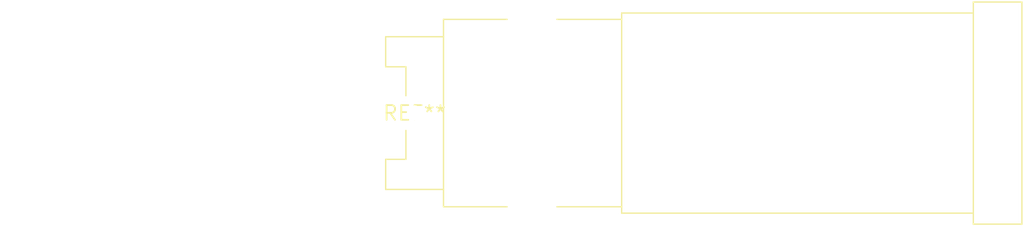
<source format=kicad_pcb>
(kicad_pcb (version 20240108) (generator pcbnew)
  (layers (0 "F.Cu" signal) (31 "B.Cu" signal) (34 "B.Paste" user) (35 "F.Paste" user) (36 "B.SilkS" user "B.Silkscreen") (37 "F.SilkS" user "F.Silkscreen") (38 "B.Mask" user) (39 "F.Mask" user) (44 "Edge.Cuts" user))
  (net 0 "")
  (footprint "Fuseholder_Cylinder-5x20mm_Schurter_FUP_0031.2510_Horizontal_Closed" (layer "F.Cu") (at 0 0)
    (property "Reference" "REF**")
    (property "Value" "Fuseholder_Cylinder-5x20mm_Schurter_FUP_0031.2510_Horizontal_Closed")
    (fp_line (start -2.5 -6.6) (end 2.5 -6.6) (layer "F.SilkS") (stroke (width 0.12)))
    (fp_line (start -2.5 -4) (end -2.5 -6.6) (layer "F.SilkS") (stroke (width 0.12)))
    (fp_line (start -2.5 4) (end -0.75 4) (layer "F.SilkS") (stroke (width 0.12)))
    (fp_line (start -2.5 6.6) (end -2.5 4) (layer "F.SilkS") (stroke (width 0.12)))
    (fp_line (start -2.5 6.6) (end 2.5 6.6) (layer "F.SilkS") (stroke (width 0.12)))
    (fp_line (start -0.75 -4) (end -2.5 -4) (layer "F.SilkS") (stroke (width 0.12)))
    (fp_line (start -0.75 -1.5) (end -0.75 -4) (layer "F.SilkS") (stroke (width 0.12)))
    (fp_line (start -0.75 4) (end -0.75 1.5) (layer "F.SilkS") (stroke (width 0.12)))
    (fp_line (start 2.5 -8.1) (end 8 -8.1) (layer "F.SilkS") (stroke (width 0.12)))
    (fp_line (start 2.5 8.1) (end 2.5 -8.1) (layer "F.SilkS") (stroke (width 0.12)))
    (fp_line (start 2.5 8.1) (end 8 8.1) (layer "F.SilkS") (stroke (width 0.12)))
    (fp_line (start 12.3 -8.1) (end 17.9 -8.1) (layer "F.SilkS") (stroke (width 0.12)))
    (fp_line (start 12.3 8.1) (end 17.9 8.1) (layer "F.SilkS") (stroke (width 0.12)))
    (fp_line (start 17.9 -8.65) (end 48.3 -8.65) (layer "F.SilkS") (stroke (width 0.12)))
    (fp_line (start 17.9 8.65) (end 17.9 -8.65) (layer "F.SilkS") (stroke (width 0.12)))
    (fp_line (start 17.9 8.65) (end 48.3 8.65) (layer "F.SilkS") (stroke (width 0.12)))
    (fp_line (start 48.3 -9.6) (end 52.5 -9.6) (layer "F.SilkS") (stroke (width 0.12)))
    (fp_line (start 48.3 9.6) (end 48.3 -9.6) (layer "F.SilkS") (stroke (width 0.12)))
    (fp_line (start 48.3 9.6) (end 52.5 9.6) (layer "F.SilkS") (stroke (width 0.12)))
    (fp_line (start 52.5 -9.6) (end 52.5 9.6) (layer "F.SilkS") (stroke (width 0.12)))
    (pad "" np_thru_hole circle (at 40.64 0) (size 2.6 2.6) (drill 2.6) (layers *.Cu *.Mask))
    (pad "1" thru_hole rect (at 0 0) (size 4 2.5) (drill 1.3) (layers *.Cu *.Mask) (remove_unused_layers))
    (pad "2" thru_hole oval (at 10.16 -7.62) (size 4 2.5) (drill 1.3) (layers *.Cu *.Mask) (remove_unused_layers))
    (pad "2" thru_hole oval (at 10.16 7.62) (size 4 2.5) (drill 1.3) (layers *.Cu *.Mask) (remove_unused_layers))
  )
)
</source>
